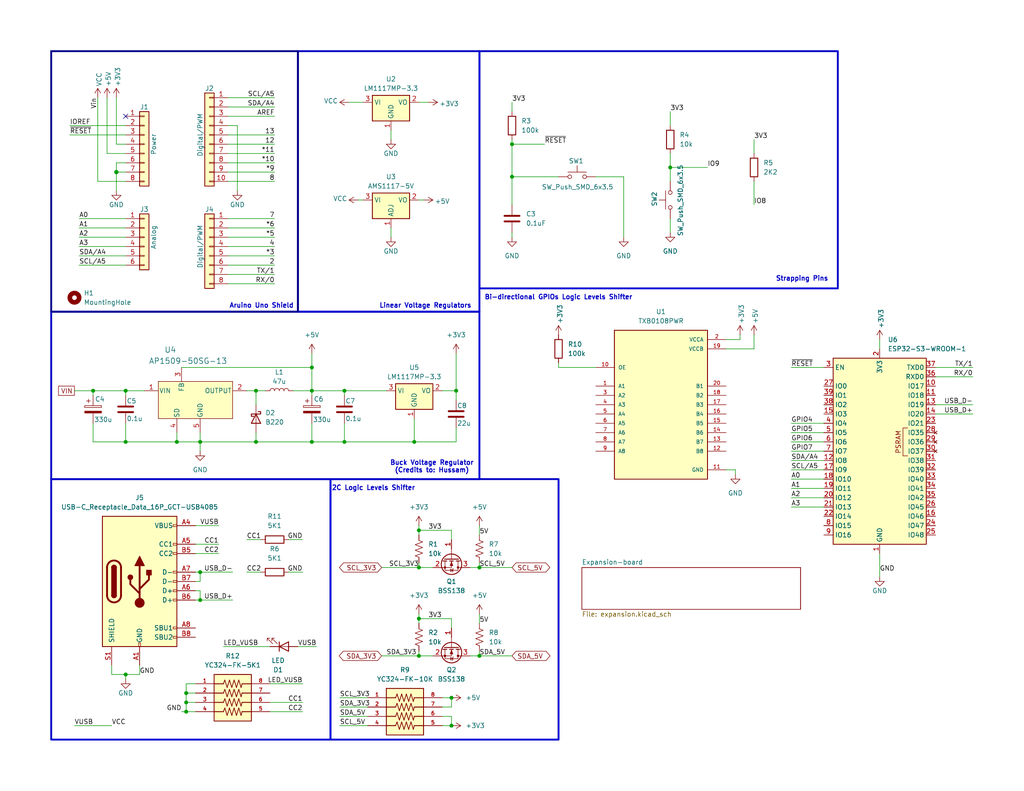
<source format=kicad_sch>
(kicad_sch (version 20231120) (generator "eeschema") (generator_version "8.0")
  (paper "USLetter")
  (title_block (title "ESP32-S2 Uno Board") (date "2024-10-06") (rev "1.0"))
  (lib_symbols
    (symbol "Alexander Symbol Library:USB-C_Receptacle_Data_16P_GCT-USB4085" (pin_names (offset 1.016))
      (property "Reference" "J" (at 0 22.225 0))
      (property "Value" "USB-C_Receptacle_Data_16P_GCT-USB4085" (at 0 19.685 0))
      (symbol "USB-C_Receptacle_Data_16P_GCT-USB4085_1_1"
        (pin power_in line (at 0 -22.86 90) (length 5.08) (name "GND") (number "A1"))
        (pin power_in line (at 0 -22.86 90) (length 5.08) hide (name "GND") (number "A12"))
        (pin power_out line (at 15.24 15.24 180) (length 5.08) (name "VBUS") (number "A4"))
        (pin bidirectional line (at 15.24 10.16 180) (length 5.08) (name "CC1") (number "A5"))
        (pin bidirectional line (at 15.24 -2.54 180) (length 5.08) (name "D+") (number "A6"))
        (pin bidirectional line (at 15.24 2.54 180) (length 5.08) (name "D-") (number "A7"))
        (pin bidirectional line (at 15.24 -12.7 180) (length 5.08) (name "SBU1") (number "A8"))
        (pin power_out line (at 15.24 15.24 180) (length 5.08) hide (name "VBUS") (number "A9"))
        (pin power_in line (at 0 -22.86 90) (length 5.08) hide (name "GND") (number "B1"))
        (pin power_in line (at 0 -22.86 90) (length 5.08) hide (name "GND") (number "B12"))
        (pin power_out line (at 15.24 15.24 180) (length 5.08) hide (name "VBUS") (number "B4"))
        (pin bidirectional line (at 15.24 7.62 180) (length 5.08) (name "CC2") (number "B5"))
        (pin bidirectional line (at 15.24 -5.08 180) (length 5.08) (name "D+") (number "B6"))
        (pin bidirectional line (at 15.24 0 180) (length 5.08) (name "D-") (number "B7"))
        (pin bidirectional line (at 15.24 -15.24 180) (length 5.08) (name "SBU2") (number "B8"))
        (pin passive line (at 15.24 15.24 180) (length 5.08) hide (name "VBUS") (number "B9"))
        (pin power_in line (at -7.62 -22.86 90) (length 5.08) (name "SHIELD") (number "S1"))
        (pin power_in line (at -7.62 -22.86 90) (length 5.08) hide (name "SHIELD") (number "S2"))
        (pin power_in line (at -7.62 -22.86 90) (length 5.08) hide (name "SHIELD") (number "S3"))
        (pin power_in line (at -7.62 -22.86 90) (length 5.08) hide (name "SHIELD") (number "S4"))
      )
    )
    (symbol "Alexander Symbols:AMS1117-5V" (exclude_from_sim yes)
      (property "Reference" "U" (at 0 0 0))
      (property "Value" "AMS1117-5V" (at 0 2.032 0))
      (symbol "AMS1117-5V_1_1"
        (pin power_out line (at 0 -11.43 90) (length 2.54) (name "ADJ") (number "1"))
        (pin power_out line (at 7.62 -3.81 180) (length 2.54) (name "VO") (number "2"))
        (pin power_in line (at -7.62 -3.81 0) (length 2.54) (name "VI") (number "3"))
      )
    )
    (symbol "Alexander Symbols:YC324-FK-075K1L" (pin_names (offset 1.016))
      (property "Reference" "R" (at -5.08 8.128 0))
      (property "Value" "YC324-FK-075K1L" (at -5.08 -7.62 0))
      (symbol "YC324-FK-075K1L_0_0"
        (pin passive line (at -10.16 5.08 0) (length 5.08) (name "~") (number "1"))
        (pin passive line (at -10.16 2.54 0) (length 5.08) (name "~") (number "2"))
        (pin passive line (at -10.16 0 0) (length 5.08) (name "~") (number "3"))
        (pin passive line (at -10.16 -2.54 0) (length 5.08) (name "~") (number "4"))
        (pin passive line (at 10.16 -2.54 180) (length 5.08) (name "~") (number "5"))
        (pin passive line (at 10.16 0 180) (length 5.08) (name "~") (number "6"))
        (pin passive line (at 10.16 2.54 180) (length 5.08) (name "~") (number "7"))
        (pin passive line (at 10.16 5.08 180) (length 5.08) (name "~") (number "8"))
      )
    )
    (symbol "Alexander_Library_Symbols:SW_Push_SMD_6x3.5" (pin_numbers hide) (pin_names (offset 1.016) hide)
      (property "Reference" "SW" (at 1.27 2.54 0))
      (property "Value" "SW_Push_SMD_6x3.5" (at 0 -1.524 0))
      (symbol "SW_Push_SMD_6x3.5_0_1"
        (pin passive line (at -5.08 0 0) (length 2.54) (name "1") (number "1"))
        (pin passive line (at 5.08 0 180) (length 2.54) (name "2") (number "2"))
      )
    )
    (symbol "Alexander_Library_Symbols:TXB0108PWR" (pin_names (offset 1.016))
      (property "Reference" "U" (at -12.7 23.86 0))
      (property "Value" "TXB0108PWR" (at -12.7 -21.78 0))
      (symbol "TXB0108PWR_0_0"
        (pin bidirectional line (at -17.78 7.62 0) (length 5.08) (name "A1") (number "1"))
        (pin input line (at -17.78 12.7 0) (length 5.08) (name "OE") (number "10"))
        (pin power_in line (at 17.78 -15.24 180) (length 5.08) (name "GND") (number "11"))
        (pin bidirectional line (at 17.78 -10.16 180) (length 5.08) (name "B8") (number "12"))
        (pin bidirectional line (at 17.78 -7.62 180) (length 5.08) (name "B7") (number "13"))
        (pin bidirectional line (at 17.78 -5.08 180) (length 5.08) (name "B6") (number "14"))
        (pin bidirectional line (at 17.78 -2.54 180) (length 5.08) (name "B5") (number "15"))
        (pin bidirectional line (at 17.78 0 180) (length 5.08) (name "B4") (number "16"))
        (pin bidirectional line (at 17.78 2.54 180) (length 5.08) (name "B3") (number "17"))
        (pin bidirectional line (at 17.78 5.08 180) (length 5.08) (name "B2") (number "18"))
        (pin power_in line (at 17.78 17.78 180) (length 5.08) (name "VCCB") (number "19"))
        (pin power_in line (at 17.78 20.32 180) (length 5.08) (name "VCCA") (number "2"))
        (pin bidirectional line (at 17.78 7.62 180) (length 5.08) (name "B1") (number "20"))
        (pin bidirectional line (at -17.78 5.08 0) (length 5.08) (name "A2") (number "3"))
        (pin bidirectional line (at -17.78 2.54 0) (length 5.08) (name "A3") (number "4"))
        (pin bidirectional line (at -17.78 0 0) (length 5.08) (name "A4") (number "5"))
        (pin bidirectional line (at -17.78 -2.54 0) (length 5.08) (name "A5") (number "6"))
        (pin bidirectional line (at -17.78 -5.08 0) (length 5.08) (name "A6") (number "7"))
        (pin bidirectional line (at -17.78 -7.62 0) (length 5.08) (name "A7") (number "8"))
        (pin bidirectional line (at -17.78 -10.16 0) (length 5.08) (name "A8") (number "9"))
      )
    )
    (symbol "Connector_Generic:Conn_01x06" (pin_names (offset 1.016) hide)
      (property "Reference" "J" (at 0 7.62 0))
      (property "Value" "Conn_01x06" (at 0 -10.16 0))
      (symbol "Conn_01x06_1_1"
        (pin passive line (at -5.08 5.08 0) (length 3.81) (name "Pin_1") (number "1"))
        (pin passive line (at -5.08 2.54 0) (length 3.81) (name "Pin_2") (number "2"))
        (pin passive line (at -5.08 0 0) (length 3.81) (name "Pin_3") (number "3"))
        (pin passive line (at -5.08 -2.54 0) (length 3.81) (name "Pin_4") (number "4"))
        (pin passive line (at -5.08 -5.08 0) (length 3.81) (name "Pin_5") (number "5"))
        (pin passive line (at -5.08 -7.62 0) (length 3.81) (name "Pin_6") (number "6"))
      )
    )
    (symbol "Connector_Generic:Conn_01x08" (pin_names (offset 1.016) hide)
      (property "Reference" "J" (at 0 10.16 0))
      (property "Value" "Conn_01x08" (at 0 -12.7 0))
      (symbol "Conn_01x08_1_1"
        (pin passive line (at -5.08 7.62 0) (length 3.81) (name "Pin_1") (number "1"))
        (pin passive line (at -5.08 5.08 0) (length 3.81) (name "Pin_2") (number "2"))
        (pin passive line (at -5.08 2.54 0) (length 3.81) (name "Pin_3") (number "3"))
        (pin passive line (at -5.08 0 0) (length 3.81) (name "Pin_4") (number "4"))
        (pin passive line (at -5.08 -2.54 0) (length 3.81) (name "Pin_5") (number "5"))
        (pin passive line (at -5.08 -5.08 0) (length 3.81) (name "Pin_6") (number "6"))
        (pin passive line (at -5.08 -7.62 0) (length 3.81) (name "Pin_7") (number "7"))
        (pin passive line (at -5.08 -10.16 0) (length 3.81) (name "Pin_8") (number "8"))
      )
    )
    (symbol "Connector_Generic:Conn_01x10" (pin_names (offset 1.016) hide)
      (property "Reference" "J" (at 0 12.7 0))
      (property "Value" "Conn_01x10" (at 0 -15.24 0))
      (symbol "Conn_01x10_1_1"
        (pin passive line (at -5.08 10.16 0) (length 3.81) (name "Pin_1") (number "1"))
        (pin passive line (at -5.08 -12.7 0) (length 3.81) (name "Pin_10") (number "10"))
        (pin passive line (at -5.08 7.62 0) (length 3.81) (name "Pin_2") (number "2"))
        (pin passive line (at -5.08 5.08 0) (length 3.81) (name "Pin_3") (number "3"))
        (pin passive line (at -5.08 2.54 0) (length 3.81) (name "Pin_4") (number "4"))
        (pin passive line (at -5.08 0 0) (length 3.81) (name "Pin_5") (number "5"))
        (pin passive line (at -5.08 -2.54 0) (length 3.81) (name "Pin_6") (number "6"))
        (pin passive line (at -5.08 -5.08 0) (length 3.81) (name "Pin_7") (number "7"))
        (pin passive line (at -5.08 -7.62 0) (length 3.81) (name "Pin_8") (number "8"))
        (pin passive line (at -5.08 -10.16 0) (length 3.81) (name "Pin_9") (number "9"))
      )
    )
    (symbol "Device:C" (pin_numbers hide) (pin_names (offset 0.254))
      (property "Reference" "C" (at 0.635 2.54 0))
      (property "Value" "C" (at 0.635 -2.54 0))
      (symbol "C_1_1"
        (pin passive line (at 0 3.81 270) (length 2.794) (name "~") (number "1"))
        (pin passive line (at 0 -3.81 90) (length 2.794) (name "~") (number "2"))
      )
    )
    (symbol "Device:C_Polarized" (pin_numbers hide) (pin_names (offset 0.254))
      (property "Reference" "C" (at 0.635 2.54 0))
      (property "Value" "C_Polarized" (at 0.635 -2.54 0))
      (symbol "C_Polarized_1_1"
        (pin passive line (at 0 3.81 270) (length 2.794) (name "~") (number "1"))
        (pin passive line (at 0 -3.81 90) (length 2.794) (name "~") (number "2"))
      )
    )
    (symbol "Device:L" (pin_numbers hide) (pin_names (offset 1.016) hide)
      (property "Reference" "L" (at -1.27 0 90))
      (property "Value" "L" (at 1.905 0 90))
      (symbol "L_1_1"
        (pin passive line (at 0 3.81 270) (length 1.27) (name "1") (number "1"))
        (pin passive line (at 0 -3.81 90) (length 1.27) (name "2") (number "2"))
      )
    )
    (symbol "Device:LED" (pin_numbers hide) (pin_names (offset 1.016) hide)
      (property "Reference" "D" (at 0 2.54 0))
      (property "Value" "LED" (at 0 -2.54 0))
      (symbol "LED_1_1"
        (pin passive line (at -3.81 0 0) (length 2.54) (name "K") (number "1"))
        (pin passive line (at 3.81 0 180) (length 2.54) (name "A") (number "2"))
      )
    )
    (symbol "Device:R" (pin_numbers hide) (pin_names (offset 0))
      (property "Reference" "R" (at 2.032 0 90))
      (property "Value" "R" (at 0 0 90))
      (symbol "R_1_1"
        (pin passive line (at 0 3.81 270) (length 1.27) (name "~") (number "1"))
        (pin passive line (at 0 -3.81 90) (length 1.27) (name "~") (number "2"))
      )
    )
    (symbol "Device:R_US" (pin_numbers hide) (pin_names (offset 0))
      (property "Reference" "R" (at 2.54 0 90))
      (property "Value" "R_US" (at -2.54 0 90))
      (symbol "R_US_1_1"
        (pin passive line (at 0 3.81 270) (length 1.27) (name "~") (number "1"))
        (pin passive line (at 0 -3.81 90) (length 1.27) (name "~") (number "2"))
      )
    )
    (symbol "Diode:B220" (pin_numbers hide) (pin_names (offset 1.016) hide)
      (property "Reference" "D" (at 0 2.54 0))
      (property "Value" "B220" (at 0 -2.54 0))
      (symbol "B220_1_1"
        (pin passive line (at -3.81 0 0) (length 2.54) (name "K") (number "1"))
        (pin passive line (at 3.81 0 180) (length 2.54) (name "A") (number "2"))
      )
    )
    (symbol "GND_1" (power) (pin_numbers hide) (pin_names (offset 0) hide)
      (property "Value" "GND" (at 0 -3.81 0))
      (symbol "GND_1_1_1"
        (pin power_in line (at 0 0 270) (length 0) (name "~") (number "1"))
      )
    )
    (symbol "Mechanical:MountingHole" (pin_names (offset 1.016))
      (property "Reference" "H" (at 0 5.08 0))
      (property "Value" "MountingHole" (at 0 3.175 0))
    )
    (symbol "RF_Module:ESP32-S3-WROOM-1"
      (property "Reference" "U6" (at 2.1941 30.48 0))
      (property "Value" "ESP32-S3-WROOM-1" (at 2.1941 27.94 0))
      (symbol "ESP32-S3-WROOM-1_0_0"
        (text "PSRAM" (at 5.08 2.54 900) (effects (font (size 1.27 1.27))))
      )
      (symbol "ESP32-S3-WROOM-1_1_1"
        (pin power_in line (at 0 -27.94 90) (length 2.54) (name "GND") (number "1"))
        (pin bidirectional line (at 15.24 17.78 180) (length 2.54) (name "IO17") (number "10"))
        (pin bidirectional line (at 15.24 15.24 180) (length 2.54) (name "IO18") (number "11"))
        (pin bidirectional line (at -15.24 -2.54 0) (length 2.54) (name "IO8") (number "12"))
        (pin bidirectional line (at 15.24 12.7 180) (length 2.54) (name "IO19") (number "13"))
        (pin bidirectional line (at 15.24 10.16 180) (length 2.54) (name "IO20") (number "14"))
        (pin bidirectional line (at -15.24 10.16 0) (length 2.54) (name "IO3") (number "15"))
        (pin bidirectional line (at 15.24 -17.78 180) (length 2.54) (name "IO46") (number "16"))
        (pin bidirectional line (at -15.24 -5.08 0) (length 2.54) (name "IO9") (number "17"))
        (pin bidirectional line (at -15.24 -7.62 0) (length 2.54) (name "IO10") (number "18"))
        (pin bidirectional line (at -15.24 -10.16 0) (length 2.54) (name "IO11") (number "19"))
        (pin power_in line (at 0 27.94 270) (length 2.54) (name "3V3") (number "2"))
        (pin bidirectional line (at -15.24 -12.7 0) (length 2.54) (name "IO12") (number "20"))
        (pin bidirectional line (at -15.24 -15.24 0) (length 2.54) (name "IO13") (number "21"))
        (pin bidirectional line (at -15.24 -17.78 0) (length 2.54) (name "IO14") (number "22"))
        (pin bidirectional line (at 15.24 7.62 180) (length 2.54) (name "IO21") (number "23"))
        (pin bidirectional line (at 15.24 -20.32 180) (length 2.54) (name "IO47") (number "24"))
        (pin bidirectional line (at 15.24 -22.86 180) (length 2.54) (name "IO48") (number "25"))
        (pin bidirectional line (at 15.24 -15.24 180) (length 2.54) (name "IO45") (number "26"))
        (pin bidirectional line (at -15.24 17.78 0) (length 2.54) (name "IO0") (number "27"))
        (pin no_connect line (at 15.24 5.08 180) (length 2.54) (name "IO35") (number "28"))
        (pin no_connect line (at 15.24 2.54 180) (length 2.54) (name "IO36") (number "29"))
        (pin input line (at -15.24 22.86 0) (length 2.54) (name "EN") (number "3"))
        (pin no_connect line (at 15.24 0 180) (length 2.54) (name "IO37") (number "30"))
        (pin bidirectional line (at 15.24 -2.54 180) (length 2.54) (name "IO38") (number "31"))
        (pin bidirectional line (at 15.24 -5.08 180) (length 2.54) (name "IO39") (number "32"))
        (pin bidirectional line (at 15.24 -7.62 180) (length 2.54) (name "IO40") (number "33"))
        (pin bidirectional line (at 15.24 -10.16 180) (length 2.54) (name "IO41") (number "34"))
        (pin bidirectional line (at 15.24 -12.7 180) (length 2.54) (name "IO42") (number "35"))
        (pin bidirectional line (at 15.24 20.32 180) (length 2.54) (name "RXD0") (number "36"))
        (pin bidirectional line (at 15.24 22.86 180) (length 2.54) (name "TXD0") (number "37"))
        (pin bidirectional line (at -15.24 12.7 0) (length 2.54) (name "IO2") (number "38"))
        (pin bidirectional line (at -15.24 15.24 0) (length 2.54) (name "IO1") (number "39"))
        (pin bidirectional line (at -15.24 7.62 0) (length 2.54) (name "IO4") (number "4"))
        (pin passive line (at 0 -27.94 90) (length 2.54) hide (name "GND") (number "40"))
        (pin passive line (at 0 -27.94 90) (length 2.54) hide (name "GND") (number "41"))
        (pin bidirectional line (at -15.24 5.08 0) (length 2.54) (name "IO5") (number "5"))
        (pin bidirectional line (at -15.24 2.54 0) (length 2.54) (name "IO6") (number "6"))
        (pin bidirectional line (at -15.24 0 0) (length 2.54) (name "IO7") (number "7"))
        (pin bidirectional line (at -15.24 -20.32 0) (length 2.54) (name "IO15") (number "8"))
        (pin bidirectional line (at -15.24 -22.86 0) (length 2.54) (name "IO16") (number "9"))
      )
    )
    (symbol "Regulator_Linear:LM1117MP-3.3"
      (property "Reference" "U" (at -3.81 3.175 0))
      (property "Value" "LM1117MP-3.3" (at 0 3.175 0))
      (symbol "LM1117MP-3.3_1_1"
        (pin power_in line (at 0 -7.62 90) (length 2.54) (name "GND") (number "1"))
        (pin power_out line (at 7.62 0 180) (length 2.54) (name "VO") (number "2"))
        (pin power_in line (at -7.62 0 0) (length 2.54) (name "VI") (number "3"))
      )
    )
    (symbol "Transistor_FET:BSS138" (pin_names hide)
      (property "Reference" "Q" (at 5.08 1.905 0))
      (property "Value" "BSS138" (at 5.08 0 0))
      (symbol "BSS138_1_1"
        (pin input line (at -5.08 0 0) (length 2.54) (name "G") (number "1"))
        (pin passive line (at 2.54 -5.08 90) (length 2.54) (name "S") (number "2"))
        (pin passive line (at 2.54 5.08 270) (length 2.54) (name "D") (number "3"))
      )
    )
    (symbol "digikey:AP1509-50SG-13" (pin_names (offset 0.254))
      (property "Reference" "U" (at 23.876 -12.954 0))
      (property "Value" "AP1509-50SG-13" (at 33.782 -10.16 0))
      (symbol "AP1509-50SG-13_1_1"
        (pin input line (at 3.81 0 0) (length 3.81) (name "VIN") (number "1"))
        (pin power_out line (at 31.75 0 180) (length 3.81) (name "OUTPUT") (number "2"))
        (pin input line (at 13.97 6.35 270) (length 3.81) (name "FB") (number "3"))
        (pin input line (at 12.7 -11.43 90) (length 3.81) (name "SD") (number "4"))
        (pin power_in line (at 19.05 -11.43 90) (length 3.81) (name "GND") (number "5"))
        (pin power_in line (at 19.05 -11.43 90) (length 3.81) hide (name "GND") (number "6"))
        (pin power_in line (at 19.05 -11.43 90) (length 3.81) hide (name "GND") (number "7"))
        (pin power_in line (at 19.05 -11.43 90) (length 3.81) hide (name "GND") (number "8"))
      )
    )
    (symbol "power:+3V3" (power) (pin_names (offset 0))
      (property "Value" "+3V3" (at 0 3.556 0))
      (symbol "+3V3_1_1"
        (pin power_in line (at 0 0 90) (length 0) hide (name "+3V3") (number "1"))
      )
    )
    (symbol "power:+5V" (power) (pin_names (offset 0))
      (property "Value" "+5V" (at 0 3.556 0))
      (symbol "+5V_1_1"
        (pin power_in line (at 0 0 90) (length 0) hide (name "+5V") (number "1"))
      )
    )
    (symbol "power:GND" (power) (pin_names (offset 0))
      (property "Value" "GND" (at 0 -3.81 0))
      (symbol "GND_1_1"
        (pin power_in line (at 0 0 270) (length 0) hide (name "GND") (number "1"))
      )
    )
    (symbol "power:VCC" (power) (pin_names (offset 0))
      (property "Value" "VCC" (at 0 3.81 0))
      (symbol "VCC_1_1"
        (pin power_in line (at 0 0 90) (length 0) hide (name "VCC") (number "1"))
      )
    )
  )
  (junction (at 48.26 120.65))
  (junction (at 54.61 120.65))
  (junction (at 113.03 120.65))
  (junction (at 50.8 189.23))
  (junction (at 34.29 106.68))
  (junction (at 31.75 46.99) (diameter 1.016))
  (junction (at 93.98 120.65))
  (junction (at 124.46 106.68))
  (junction (at 25.4 106.68))
  (junction (at 54.61 156.21))
  (junction (at 123.19 190.5))
  (junction (at 114.3 179.07))
  (junction (at 139.7 39.37))
  (junction (at 130.81 154.94))
  (junction (at 34.29 184.15))
  (junction (at 114.3 154.94))
  (junction (at 69.85 106.68))
  (junction (at 93.98 106.68))
  (junction (at 114.3 168.91))
  (junction (at 139.7 48.26))
  (junction (at 85.09 120.65))
  (junction (at 114.3 144.78))
  (junction (at 85.09 106.68))
  (junction (at 85.09 100.33))
  (junction (at 69.85 120.65))
  (junction (at 182.88 45.72))
  (junction (at 50.8 191.77))
  (junction (at 50.8 194.31))
  (junction (at 54.61 163.83))
  (junction (at 34.29 120.65))
  (junction (at 130.81 179.07))
  (junction (at 123.19 198.12))
  (no_connect (at 34.29 31.75))
  (wire (pts (xy 62.23 77.47) (xy 74.93 77.47)))
  (wire (pts (xy 215.9 123.19) (xy 224.79 123.19)))
  (wire (pts (xy 104.14 179.07) (xy 114.3 179.07)))
  (wire (pts (xy 62.23 44.45) (xy 74.93 44.45)))
  (wire (pts (xy 49.53 194.31) (xy 50.8 194.31)))
  (wire (pts (xy 255.27 100.33) (xy 265.43 100.33)))
  (wire (pts (xy 34.29 184.15) (xy 38.1 184.15)))
  (wire (pts (xy 114.3 168.91) (xy 123.19 168.91)))
  (wire (pts (xy 62.23 26.67) (xy 74.93 26.67)))
  (wire (pts (xy 92.71 190.5) (xy 100.33 190.5)))
  (wire (pts (xy 182.88 30.48) (xy 182.88 34.29)))
  (wire (pts (xy 139.7 39.37) (xy 139.7 48.26)))
  (wire (pts (xy 78.74 147.32) (xy 82.55 147.32)))
  (wire (pts (xy 139.7 48.26) (xy 152.4 48.26)))
  (wire (pts (xy 198.12 128.27) (xy 200.66 128.27)))
  (wire (pts (xy 53.34 191.77) (xy 50.8 191.77)))
  (wire (pts (xy 114.3 144.78) (xy 114.3 146.05)))
  (wire (pts (xy 31.75 44.45) (xy 31.75 46.99)))
  (wire (pts (xy 130.81 153.67) (xy 130.81 154.94)))
  (wire (pts (xy 114.3 144.78) (xy 123.19 144.78)))
  (wire (pts (xy 21.59 72.39) (xy 34.29 72.39)))
  (wire (pts (xy 114.3 153.67) (xy 114.3 154.94)))
  (wire (pts (xy 139.7 48.26) (xy 139.7 55.88)))
  (wire (pts (xy 53.34 158.75) (xy 54.61 158.75)))
  (wire (pts (xy 139.7 64.77) (xy 139.7 63.5)))
  (wire (pts (xy 255.27 113.03) (xy 265.43 113.03)))
  (wire (pts (xy 114.3 167.64) (xy 114.3 168.91)))
  (wire (pts (xy 200.66 128.27) (xy 200.66 129.54)))
  (wire (pts (xy 182.88 41.91) (xy 182.88 45.72)))
  (wire (pts (xy 123.19 198.12) (xy 123.19 195.58)))
  (wire (pts (xy 95.25 27.94) (xy 99.06 27.94)))
  (wire (pts (xy 123.19 168.91) (xy 123.19 171.45)))
  (wire (pts (xy 31.75 46.99) (xy 31.75 52.07)))
  (wire (pts (xy 120.65 198.12) (xy 123.19 198.12)))
  (wire (pts (xy 30.48 184.15) (xy 34.29 184.15)))
  (wire (pts (xy 31.75 39.37) (xy 34.29 39.37)))
  (wire (pts (xy 85.09 115.57) (xy 85.09 120.65)))
  (wire (pts (xy 198.12 92.71) (xy 201.93 92.71)))
  (wire (pts (xy 29.21 41.91) (xy 34.29 41.91)))
  (wire (pts (xy 29.21 26.67) (xy 29.21 41.91)))
  (wire (pts (xy 162.56 100.33) (xy 152.4 100.33)))
  (wire (pts (xy 53.34 163.83) (xy 54.61 163.83)))
  (wire (pts (xy 25.4 115.57) (xy 25.4 120.65)))
  (wire (pts (xy 38.1 181.61) (xy 38.1 184.15)))
  (wire (pts (xy 215.9 133.35) (xy 224.79 133.35)))
  (wire (pts (xy 25.4 120.65) (xy 34.29 120.65)))
  (wire (pts (xy 60.96 176.53) (xy 73.66 176.53)))
  (wire (pts (xy 114.3 54.61) (xy 115.57 54.61)))
  (wire (pts (xy 85.09 96.52) (xy 85.09 100.33)))
  (wire (pts (xy 124.46 96.52) (xy 124.46 106.68)))
  (wire (pts (xy 114.3 143.51) (xy 114.3 144.78)))
  (wire (pts (xy 62.23 36.83) (xy 74.93 36.83)))
  (wire (pts (xy 54.61 120.65) (xy 54.61 123.19)))
  (wire (pts (xy 93.98 115.57) (xy 93.98 120.65)))
  (wire (pts (xy 118.11 179.07) (xy 114.3 179.07)))
  (wire (pts (xy 31.75 26.67) (xy 31.75 39.37)))
  (wire (pts (xy 62.23 59.69) (xy 74.93 59.69)))
  (wire (pts (xy 54.61 156.21) (xy 63.5 156.21)))
  (wire (pts (xy 182.88 45.72) (xy 193.04 45.72)))
  (wire (pts (xy 34.29 59.69) (xy 21.59 59.69)))
  (wire (pts (xy 62.23 39.37) (xy 74.93 39.37)))
  (wire (pts (xy 62.23 62.23) (xy 74.93 62.23)))
  (wire (pts (xy 215.9 125.73) (xy 224.79 125.73)))
  (wire (pts (xy 162.56 48.26) (xy 170.18 48.26)))
  (wire (pts (xy 67.31 106.68) (xy 69.85 106.68)))
  (wire (pts (xy 106.68 62.23) (xy 106.68 64.77)))
  (wire (pts (xy 215.9 100.33) (xy 224.79 100.33)))
  (wire (pts (xy 130.81 154.94) (xy 139.7 154.94)))
  (wire (pts (xy 53.34 161.29) (xy 54.61 161.29)))
  (wire (pts (xy 92.71 198.12) (xy 100.33 198.12)))
  (wire (pts (xy 139.7 39.37) (xy 148.59 39.37)))
  (wire (pts (xy 118.11 154.94) (xy 114.3 154.94)))
  (wire (pts (xy 205.74 49.53) (xy 205.74 55.88)))
  (wire (pts (xy 80.01 106.68) (xy 85.09 106.68)))
  (wire (pts (xy 62.23 46.99) (xy 74.93 46.99)))
  (wire (pts (xy 62.23 67.31) (xy 74.93 67.31)))
  (wire (pts (xy 48.26 118.11) (xy 48.26 120.65)))
  (wire (pts (xy 69.85 106.68) (xy 69.85 110.49)))
  (wire (pts (xy 34.29 106.68) (xy 39.37 106.68)))
  (wire (pts (xy 93.98 106.68) (xy 93.98 107.95)))
  (wire (pts (xy 53.34 156.21) (xy 54.61 156.21)))
  (wire (pts (xy 120.65 193.04) (xy 123.19 193.04)))
  (wire (pts (xy 19.05 34.29) (xy 34.29 34.29)))
  (wire (pts (xy 20.32 198.12) (xy 30.48 198.12)))
  (wire (pts (xy 124.46 109.22) (xy 124.46 106.68)))
  (wire (pts (xy 182.88 59.69) (xy 182.88 63.5)))
  (wire (pts (xy 130.81 177.8) (xy 130.81 179.07)))
  (wire (pts (xy 85.09 106.68) (xy 85.09 107.95)))
  (wire (pts (xy 215.9 115.57) (xy 224.79 115.57)))
  (wire (pts (xy 86.36 176.53) (xy 81.28 176.53)))
  (wire (pts (xy 215.9 128.27) (xy 224.79 128.27)))
  (wire (pts (xy 34.29 120.65) (xy 48.26 120.65)))
  (wire (pts (xy 85.09 106.68) (xy 93.98 106.68)))
  (wire (pts (xy 64.77 34.29) (xy 64.77 52.07)))
  (wire (pts (xy 124.46 120.65) (xy 124.46 116.84)))
  (wire (pts (xy 205.74 38.1) (xy 205.74 41.91)))
  (wire (pts (xy 34.29 184.15) (xy 34.29 185.42)))
  (wire (pts (xy 62.23 31.75) (xy 74.93 31.75)))
  (wire (pts (xy 170.18 48.26) (xy 170.18 64.77)))
  (wire (pts (xy 130.81 167.64) (xy 130.81 170.18)))
  (wire (pts (xy 130.81 143.51) (xy 130.81 146.05)))
  (wire (pts (xy 240.03 92.71) (xy 240.03 95.25)))
  (wire (pts (xy 92.71 193.04) (xy 100.33 193.04)))
  (wire (pts (xy 215.9 138.43) (xy 224.79 138.43)))
  (wire (pts (xy 113.03 120.65) (xy 124.46 120.65)))
  (wire (pts (xy 255.27 110.49) (xy 265.43 110.49)))
  (wire (pts (xy 123.19 195.58) (xy 120.65 195.58)))
  (wire (pts (xy 34.29 64.77) (xy 21.59 64.77)))
  (wire (pts (xy 97.79 54.61) (xy 99.06 54.61)))
  (wire (pts (xy 19.05 36.83) (xy 34.29 36.83)))
  (wire (pts (xy 54.61 163.83) (xy 63.5 163.83)))
  (wire (pts (xy 53.34 143.51) (xy 59.69 143.51)))
  (wire (pts (xy 120.65 190.5) (xy 123.19 190.5)))
  (wire (pts (xy 34.29 46.99) (xy 31.75 46.99)))
  (wire (pts (xy 82.55 186.69) (xy 73.66 186.69)))
  (wire (pts (xy 34.29 115.57) (xy 34.29 120.65)))
  (wire (pts (xy 69.85 106.68) (xy 72.39 106.68)))
  (wire (pts (xy 73.66 191.77) (xy 82.55 191.77)))
  (wire (pts (xy 113.03 114.3) (xy 113.03 120.65)))
  (wire (pts (xy 215.9 120.65) (xy 224.79 120.65)))
  (wire (pts (xy 50.8 189.23) (xy 50.8 191.77)))
  (wire (pts (xy 69.85 118.11) (xy 69.85 120.65)))
  (wire (pts (xy 34.29 49.53) (xy 26.67 49.53)))
  (wire (pts (xy 21.59 62.23) (xy 34.29 62.23)))
  (wire (pts (xy 123.19 144.78) (xy 123.19 147.32)))
  (wire (pts (xy 215.9 130.81) (xy 224.79 130.81)))
  (wire (pts (xy 25.4 106.68) (xy 34.29 106.68)))
  (wire (pts (xy 114.3 177.8) (xy 114.3 179.07)))
  (wire (pts (xy 73.66 194.31) (xy 82.55 194.31)))
  (wire (pts (xy 48.26 120.65) (xy 54.61 120.65)))
  (wire (pts (xy 54.61 158.75) (xy 54.61 156.21)))
  (wire (pts (xy 67.31 147.32) (xy 71.12 147.32)))
  (wire (pts (xy 50.8 194.31) (xy 53.34 194.31)))
  (wire (pts (xy 54.61 161.29) (xy 54.61 163.83)))
  (wire (pts (xy 120.65 106.68) (xy 124.46 106.68)))
  (wire (pts (xy 62.23 34.29) (xy 64.77 34.29)))
  (wire (pts (xy 139.7 38.1) (xy 139.7 39.37)))
  (wire (pts (xy 69.85 120.65) (xy 85.09 120.65)))
  (wire (pts (xy 34.29 44.45) (xy 31.75 44.45)))
  (wire (pts (xy 93.98 120.65) (xy 113.03 120.65)))
  (wire (pts (xy 93.98 106.68) (xy 105.41 106.68)))
  (wire (pts (xy 123.19 193.04) (xy 123.19 190.5)))
  (wire (pts (xy 128.27 179.07) (xy 130.81 179.07)))
  (wire (pts (xy 62.23 41.91) (xy 74.93 41.91)))
  (wire (pts (xy 25.4 106.68) (xy 25.4 107.95)))
  (wire (pts (xy 198.12 95.25) (xy 205.74 95.25)))
  (wire (pts (xy 85.09 100.33) (xy 85.09 106.68)))
  (wire (pts (xy 30.48 181.61) (xy 30.48 184.15)))
  (wire (pts (xy 62.23 64.77) (xy 74.93 64.77)))
  (wire (pts (xy 106.68 35.56) (xy 106.68 38.1)))
  (wire (pts (xy 205.74 95.25) (xy 205.74 91.44)))
  (wire (pts (xy 21.59 67.31) (xy 34.29 67.31)))
  (wire (pts (xy 53.34 148.59) (xy 59.69 148.59)))
  (wire (pts (xy 50.8 191.77) (xy 50.8 194.31)))
  (wire (pts (xy 240.03 151.13) (xy 240.03 157.48)))
  (wire (pts (xy 54.61 120.65) (xy 69.85 120.65)))
  (wire (pts (xy 49.53 100.33) (xy 85.09 100.33)))
  (wire (pts (xy 85.09 120.65) (xy 93.98 120.65)))
  (wire (pts (xy 215.9 118.11) (xy 224.79 118.11)))
  (wire (pts (xy 50.8 186.69) (xy 50.8 189.23)))
  (wire (pts (xy 114.3 168.91) (xy 114.3 170.18)))
  (wire (pts (xy 128.27 154.94) (xy 130.81 154.94)))
  (wire (pts (xy 62.23 29.21) (xy 74.93 29.21)))
  (wire (pts (xy 62.23 72.39) (xy 74.93 72.39)))
  (wire (pts (xy 34.29 106.68) (xy 34.29 107.95)))
  (wire (pts (xy 67.31 156.21) (xy 71.12 156.21)))
  (wire (pts (xy 53.34 151.13) (xy 59.69 151.13)))
  (wire (pts (xy 62.23 69.85) (xy 74.93 69.85)))
  (wire (pts (xy 255.27 102.87) (xy 265.43 102.87)))
  (wire (pts (xy 104.14 154.94) (xy 114.3 154.94)))
  (wire (pts (xy 182.88 49.53) (xy 182.88 45.72)))
  (wire (pts (xy 116.84 27.94) (xy 114.3 27.94)))
  (wire (pts (xy 139.7 27.94) (xy 139.7 30.48)))
  (wire (pts (xy 53.34 186.69) (xy 50.8 186.69)))
  (wire (pts (xy 20.32 106.68) (xy 25.4 106.68)))
  (wire (pts (xy 62.23 74.93) (xy 74.93 74.93)))
  (wire (pts (xy 50.8 189.23) (xy 53.34 189.23)))
  (wire (pts (xy 26.67 49.53) (xy 26.67 26.67)))
  (wire (pts (xy 130.81 179.07) (xy 139.7 179.07)))
  (wire (pts (xy 201.93 92.71) (xy 201.93 91.44)))
  (wire (pts (xy 34.29 69.85) (xy 21.59 69.85)))
  (wire (pts (xy 78.74 156.21) (xy 82.55 156.21)))
  (wire (pts (xy 92.71 195.58) (xy 100.33 195.58)))
  (wire (pts (xy 62.23 49.53) (xy 74.93 49.53)))
  (wire (pts (xy 54.61 118.11) (xy 54.61 120.65)))
  (wire (pts (xy 215.9 135.89) (xy 224.79 135.89)))
  (wire (pts (xy 152.4 100.33) (xy 152.4 99.06)))
  (rectangle (start 13.97 130.81) (end 90.17 201.93) (stroke (width 0.508)))
  (rectangle (start 81.28 13.97) (end 130.81 85.09) (stroke (width 0.508)))
  (rectangle (start 90.17 130.81) (end 152.4 201.93) (stroke (width 0.508)))
  (rectangle (start 13.97 85.09) (end 130.81 130.81) (stroke (width 0.508)))
  (rectangle (start 13.97 13.97) (end 81.28 85.09) (stroke (width 0.508) (color 0 0 132 1)))
  (rectangle (start 130.81 13.97) (end 228.6 78.74) (stroke (width 0.508)))
  (text "Linear Voltage Regulators" (at 116.078 83.566 0) (effects (font (size 1.27 1.27) (thickness 0.254) (bold yes))))
  (text "Aruino Uno Shield" (at 71.374 83.566 0) (effects (font (size 1.27 1.27) (thickness 0.254) (bold yes))))
  (text "Buck Voltage Regulator\n(Credits to: Hussam)" (at 117.856 127.508 0) (effects (font (size 1.27 1.27) (thickness 0.254) (bold yes))))
  (text "Bi-directional GPIOs Logic Levels Shifter" (at 152.4 81.28 0) (effects (font (size 1.27 1.27) (thickness 0.254) (bold yes))))
  (text "I2C Logic Levels Shifter" (at 101.6 133.35 0) (effects (font (size 1.27 1.27) (thickness 0.254) (bold yes))))
  (text "Strapping Pins" (at 226.06 76.2 0) (effects (font (size 1.27 1.27) (thickness 0.254) (bold yes)) (justify right)))
  (label "RX{slash}0" (at 74.93 77.47 180))
  (label "TX{slash}1" (at 265.43 100.33 180))
  (label "A2" (at 21.59 64.77 0))
  (label "RX{slash}0" (at 265.43 102.87 180))
  (label "~{RESET}" (at 215.9 100.33 0))
  (label "4" (at 74.93 67.31 180))
  (label "GPIO7" (at 215.9 123.19 0))
  (label "GND" (at 82.55 147.32 180))
  (label "USB_D+" (at 265.43 113.03 180))
  (label "VCC" (at 30.48 198.12 0))
  (label "2" (at 74.93 72.39 180))
  (label "GPIO4" (at 215.9 115.57 0))
  (label "SDA{slash}A4" (at 215.9 125.73 0))
  (label "A0" (at 215.9 130.81 0))
  (label "A3" (at 21.59 67.31 0))
  (label "13" (at 74.93 36.83 180))
  (label "IO8" (at 205.74 55.88 0))
  (label "USB_D-" (at 63.5 156.21 180))
  (label "12" (at 74.93 39.37 180))
  (label "A3" (at 215.9 138.43 0))
  (label "~{RESET}" (at 19.05 36.83 0))
  (label "SDA_3V3" (at 105.41 179.07 0))
  (label "SCL_3V3" (at 92.71 190.5 0))
  (label "*10" (at 74.93 44.45 180))
  (label "GND" (at 82.55 156.21 180))
  (label "USB_D-" (at 265.43 110.49 180))
  (label "CC1" (at 59.69 148.59 180))
  (label "VUSB" (at 86.36 176.53 180))
  (label "CC2" (at 82.55 194.31 180))
  (label "5V" (at 130.81 170.18 0))
  (label "3V3" (at 116.84 144.78 0))
  (label "A1" (at 215.9 133.35 0))
  (label "GPIO6" (at 215.9 120.65 0))
  (label "7" (at 74.93 59.69 180))
  (label "SDA{slash}A4" (at 74.93 29.21 180))
  (label "SCL_5V" (at 92.71 198.12 0))
  (label "8" (at 74.93 49.53 180))
  (label "USB_D+" (at 63.5 163.83 180))
  (label "VUSB" (at 59.69 143.51 180))
  (label "IO9" (at 193.04 45.72 0))
  (label "*11" (at 74.93 41.91 180))
  (label "LED_VUSB" (at 60.96 176.53 0))
  (label "*3" (at 74.93 69.85 180))
  (label "SDA_3V3" (at 92.71 193.04 0))
  (label "3V3" (at 182.88 30.48 0))
  (label "SCL{slash}A5" (at 215.9 128.27 0))
  (label "A1" (at 21.59 62.23 0))
  (label "TX{slash}1" (at 74.93 74.93 180))
  (label "LED_VUSB" (at 82.55 186.69 180))
  (label "A2" (at 215.9 135.89 0))
  (label "CC1" (at 82.55 191.77 180))
  (label "3V3" (at 116.84 168.91 0))
  (label "CC2" (at 67.31 156.21 0))
  (label "A0" (at 21.59 59.69 0))
  (label "GPIO5" (at 215.9 118.11 0))
  (label "GND" (at 49.53 194.31 180))
  (label "AREF" (at 74.93 31.75 180))
  (label "3V3" (at 205.74 38.1 0))
  (label "Vin" (at 26.67 26.67 270))
  (label "GND" (at 38.1 184.15 0))
  (label "*6" (at 74.93 62.23 180))
  (label "SCL{slash}A5" (at 74.93 26.67 180))
  (label "*9" (at 74.93 46.99 180))
  (label "3V3" (at 139.7 27.94 0))
  (label "*5" (at 74.93 64.77 180))
  (label "~{RESET}" (at 148.59 39.37 0))
  (label "IOREF" (at 19.05 34.29 0))
  (label "CC2" (at 59.69 151.13 180))
  (label "5V" (at 130.81 146.05 0))
  (label "SDA{slash}A4" (at 21.59 69.85 0))
  (label "CC1" (at 67.31 147.32 0))
  (label "SCL_5V" (at 130.81 154.94 0))
  (label "SCL{slash}A5" (at 21.59 72.39 0))
  (label "VUSB" (at 20.32 198.12 0))
  (label "SDA_5V" (at 92.71 195.58 0))
  (label "GND" (at 240.03 156.21 0))
  (label "SDA_5V" (at 130.81 179.07 0))
  (label "SCL_3V3" (at 114.3 154.94 180))
  (global_label "VIN" (shape passive) (at 20.32 106.68 180) (property "Intersheetrefs" "${INTERSHEET_REFS}" (effects (hide yes))))
  (global_label "SCL_3V3" (shape bidirectional) (at 104.14 154.94 180) (property "Intersheetrefs" "${INTERSHEET_REFS}" (effects (hide yes))))
  (global_label "SDA_5V" (shape bidirectional) (at 139.7 179.07 0) (property "Intersheetrefs" "${INTERSHEET_REFS}" (effects (hide yes))))
  (global_label "SDA_3V3" (shape bidirectional) (at 104.14 179.07 180) (property "Intersheetrefs" "${INTERSHEET_REFS}" (effects (hide yes))))
  (global_label "SCL_5V" (shape bidirectional) (at 139.7 154.94 0) (property "Intersheetrefs" "${INTERSHEET_REFS}" (effects (hide yes))))
  (symbol (lib_id "Connector_Generic:Conn_01x08") (at 39.37 39.37 0) (unit 1)
    (property "Reference" "J1" (at 39.37 29.21 0))
    (property "Value" "Power" (at 41.91 39.37 90))
    (property "Footprint" "Connector_PinSocket_2.54mm:PinSocket_1x08_P2.54mm_Vertical" (effects (hide yes)))
  )
  (symbol (lib_id "power:+3V3") (at 31.75 26.67 0) (unit 1)
    (property "Reference" "#PWR03" (effects (hide yes)))
    (property "Value" "+3V3" (at 32.131 23.622 90) (effects (justify left)))
  )
  (symbol (lib_id "power:+5V") (at 29.21 26.67 0) (unit 1)
    (property "Reference" "#PWR02" (effects (hide yes)))
    (property "Value" "+5V" (at 29.5656 23.622 90) (effects (justify left)))
  )
  (symbol (lib_id "power:GND") (at 31.75 52.07 0) (unit 1)
    (property "Reference" "#PWR04" (effects (hide yes)))
    (property "Value" "GND" (at 31.75 55.88 0))
  )
  (symbol (lib_id "Connector_Generic:Conn_01x10") (at 57.15 36.83 0) (mirror y) (unit 1)
    (property "Reference" "J2" (at 57.15 24.13 0))
    (property "Value" "Digital/PWM" (at 54.61 36.83 90))
    (property "Footprint" "Connector_PinSocket_2.54mm:PinSocket_1x10_P2.54mm_Vertical" (effects (hide yes)))
  )
  (symbol (lib_id "power:GND") (at 64.77 52.07 0) (unit 1)
    (property "Reference" "#PWR05" (effects (hide yes)))
    (property "Value" "GND" (at 64.77 55.88 0))
  )
  (symbol (lib_id "Connector_Generic:Conn_01x06") (at 39.37 64.77 0) (unit 1)
    (property "Reference" "J3" (at 39.37 57.15 0))
    (property "Value" "Analog" (at 41.91 64.77 90))
    (property "Footprint" "Connector_PinSocket_2.54mm:PinSocket_1x06_P2.54mm_Vertical" (effects (hide yes)))
  )
  (symbol (lib_id "Connector_Generic:Conn_01x08") (at 57.15 67.31 0) (mirror y) (unit 1)
    (property "Reference" "J4" (at 57.15 57.15 0))
    (property "Value" "Digital/PWM" (at 54.61 67.31 90))
    (property "Footprint" "Connector_PinSocket_2.54mm:PinSocket_1x08_P2.54mm_Vertical" (effects (hide yes)))
  )
  (symbol (lib_id "power:+5V") (at 115.57 54.61 270) (unit 1)
    (property "Reference" "#PWR016" (effects (hide yes)))
    (property "Value" "+5V" (at 118.618 54.9656 90) (effects (justify left)))
  )
  (symbol (lib_id "Alexander_Library_Symbols:SW_Push_SMD_6x3.5") (at 157.48 48.26 0) (unit 1)
    (property "Reference" "SW1" (at 159.258 43.942 0) (effects (justify right)))
    (property "Value" "SW_Push_SMD_6x3.5" (at 167.386 51.054 0) (effects (justify right)))
    (property "Footprint" "Alexander Footprint Library:SW_PUSH_6x3.5mm" (effects (hide yes)))
  )
  (symbol (lib_id "power:+3V3") (at 201.93 91.44 0) (unit 1)
    (property "Reference" "#PWR013" (effects (hide yes)))
    (property "Value" "+3V3" (at 202.311 88.392 90) (effects (justify left)))
  )
  (symbol (lib_id "Device:R") (at 74.93 156.21 90) (unit 1) (on_board no)
    (property "Reference" "R6" (at 74.93 149.86 90))
    (property "Value" "5K1" (at 74.93 152.4 90))
    (property "Footprint" "Resistors SMD:R_1206_3216Metric_Pad1.30x1.75mm_HandSolder" (effects (hide yes)))
    (property "Description" "Resistor" (effects (hide yes)))
  )
  (symbol (lib_id "Diode:B220") (at 69.85 114.3 270) (unit 1) (on_board no)
    (property "Reference" "D2" (at 72.39 112.7124 90) (effects (justify left)))
    (property "Value" "B220" (at 72.39 115.2524 90) (effects (justify left)))
    (property "Footprint" "Diode_SMD:D_SMB" (effects (hide yes)))
    (property "Datasheet" "http://www.jameco.com/Jameco/Products/ProdDS/1538777.pdf" (effects (hide yes)))
    (property "Description" "20V 2A Schottky Barrier Rectifier Diode, SMB" (effects (hide yes)))
  )
  (symbol (lib_id "power:+3V3") (at 114.3 143.51 0) (unit 1)
    (property "Reference" "#PWR08" (effects (hide yes)))
    (property "Value" "+3V3" (at 114.3 138.43 0))
    (property "Description" "Power symbol creates a global label with name \"+3V3\"" (effects (hide yes)))
  )
  (symbol (lib_id "Device:LED") (at 77.47 176.53 0) (mirror x) (unit 1)
    (property "Reference" "D1" (at 75.8825 182.88 0))
    (property "Value" "LED" (at 75.8825 180.34 0))
    (property "Footprint" "LED SMD:LED_1210_3225Metric_Pad1.42x2.65mm_HandSolder" (effects (hide yes)))
    (property "Description" "Light emitting diode" (effects (hide yes)))
  )
  (symbol (lib_id "power:GND") (at 200.66 129.54 0) (unit 1)
    (property "Reference" "#PWR027" (effects (hide yes)))
    (property "Value" "GND" (at 200.66 134.62 0))
    (property "Description" "Power symbol creates a global label with name \"GND\" , ground" (effects (hide yes)))
  )
  (symbol (lib_id "Device:R") (at 205.74 45.72 0) (unit 1)
    (property "Reference" "R5" (at 208.28 44.4499 0) (effects (justify left)))
    (property "Value" "2K2" (at 208.28 46.9899 0) (effects (justify left)))
    (property "Footprint" "Resistor_SMD:R_1206_3216Metric_Pad1.30x1.75mm_HandSolder" (effects (hide yes)))
    (property "Description" "Resistor" (effects (hide yes)))
  )
  (symbol (lib_id "Device:C") (at 124.46 113.03 180) (unit 1) (on_board no)
    (property "Reference" "C8" (at 124.714 110.744 0) (effects (justify right)))
    (property "Value" "22u" (at 124.714 115.57 0) (effects (justify right)))
    (property "Footprint" "Capacitor_SMD:C_1206_3216Metric_Pad1.33x1.80mm_HandSolder" (effects (hide yes)))
    (property "Description" "Unpolarized capacitor" (effects (hide yes)))
  )
  (symbol (lib_id "digikey:AP1509-50SG-13") (at 35.56 106.68 0) (unit 1) (on_board no)
    (property "Reference" "U4" (at 46.482 95.504 0) (effects (font (size 1.524 1.524))))
    (property "Value" "AP1509-50SG-13" (at 51.308 98.552 0) (effects (font (size 1.524 1.524))))
    (property "Footprint" "Alexander Library:SOP-8L_DIO" (effects (hide yes)))
    (property "Datasheet" "AP1509-50SG-13" (effects (hide yes)))
  )
  (symbol (lib_id "Device:L") (at 76.2 106.68 90) (unit 1) (on_board no)
    (property "Reference" "L1" (at 76.2 101.6 90))
    (property "Value" "47u" (at 76.2 104.14 90))
    (property "Footprint" "Inductor_SMD:L_Bourns-SRN1060" (effects (hide yes)))
    (property "Description" "Inductor" (effects (hide yes)))
  )
  (symbol (lib_id "Mechanical:MountingHole") (at 20.32 81.28 0) (unit 1)
    (property "Reference" "H1" (at 22.86 80.0099 0) (effects (justify left)))
    (property "Value" "MountingHole" (at 22.86 82.5499 0) (effects (justify left)))
    (property "Footprint" "Alexander Library:Arduino Uno" (effects (hide yes)))
    (property "Description" "Mounting Hole without connection" (effects (hide yes)))
  )
  (symbol (lib_id "Device:R_US") (at 130.81 149.86 0) (unit 1)
    (property "Reference" "R7" (at 133.35 148.5899 0) (effects (justify left)))
    (property "Value" "10k" (at 133.35 151.1299 0) (effects (justify left)))
    (property "Footprint" "Resistor_SMD:R_1206_3216Metric_Pad1.30x1.75mm_HandSolder" (effects (hide yes)))
    (property "Description" "Resistor, US symbol" (effects (hide yes)))
  )
  (symbol (lib_id "power:+3V3") (at 152.4 91.44 0) (unit 1)
    (property "Reference" "#PWR020" (effects (hide yes)))
    (property "Value" "+3V3" (at 152.781 88.392 90) (effects (justify left)))
  )
  (symbol (lib_id "power:VCC") (at 26.67 26.67 0) (unit 1)
    (property "Reference" "#PWR01" (effects (hide yes)))
    (property "Value" "VCC" (at 27.051 23.622 90) (effects (justify left)))
  )
  (symbol (lib_id "power:+5V") (at 85.09 96.52 0) (unit 1)
    (property "Reference" "#PWR025" (effects (hide yes)))
    (property "Value" "+5V" (at 85.09 91.44 0))
    (property "Description" "Power symbol creates a global label with name \"+5V\"" (effects (hide yes)))
  )
  (symbol (lib_name "GND_1") (lib_id "power:GND") (at 54.61 123.19 0) (unit 1)
    (property "Reference" "#PWR024" (effects (hide yes)))
    (property "Value" "GND" (at 54.61 128.27 0))
    (property "Description" "Power symbol creates a global label with name \"GND\" , ground" (effects (hide yes)))
  )
  (symbol (lib_id "Transistor_FET:BSS138") (at 123.19 176.53 270) (unit 1)
    (property "Reference" "Q2" (at 123.19 182.88 90))
    (property "Value" "BSS138" (at 123.19 185.42 90))
    (property "Footprint" "Package_TO_SOT_SMD:SOT-23" (effects (hide yes)))
    (property "Datasheet" "https://www.onsemi.com/pub/Collateral/BSS138-D.PDF" (effects (hide yes)))
    (property "Description" "50V Vds, 0.22A Id, N-Channel MOSFET, SOT-23" (effects (hide yes)))
  )
  (symbol (lib_id "Device:C_Polarized") (at 85.09 111.76 0) (unit 1) (on_board no)
    (property "Reference" "C6" (at 85.598 108.966 0) (effects (justify left)))
    (property "Value" "330u" (at 85.344 114.554 0) (effects (justify left)))
    (property "Footprint" "Capacitor_SMD:CP_Elec_8x10.5" (effects (hide yes)))
    (property "Description" "Polarized capacitor" (effects (hide yes)))
  )
  (symbol (lib_id "Alexander Symbols:YC324-FK-075K1L") (at 63.5 191.77 0) (unit 1)
    (property "Reference" "R12" (at 63.5 179.07 0))
    (property "Value" "YC324-FK-5K1" (at 63.5 181.61 0))
    (property "Footprint" "Alexander Library:R-ARRAY_RESCAXS127P508X320X70-8N" (effects (hide yes)))
    (property "MAXIMUM_PACKAGE_HEIGHT" "0.7 mm" (effects (hide yes)))
    (property "PARTREV" "V.9" (effects (hide yes)))
    (property "MANUFACTURER" "Yageo" (effects (hide yes)))
    (property "SNAPEDA_PACKAGE_ID" "22941" (effects (hide yes)))
    (property "STANDARD" "IPC 7351B" (effects (hide yes)))
  )
  (symbol (lib_id "Alexander Symbol Library:USB-C_Receptacle_Data_16P_GCT-USB4085") (at 38.1 158.75 0) (unit 1)
    (property "Reference" "J5" (at 38.1 135.89 0))
    (property "Value" "USB-C_Receptacle_Data_16P_GCT-USB4085" (at 38.1 138.43 0))
    (property "Footprint" "Alexander Library:USB-C_GCT CONN16_USB4085-GF-A" (effects (hide yes)))
  )
  (symbol (lib_id "power:GND") (at 34.29 185.42 0) (unit 1)
    (property "Reference" "#PWR018" (effects (hide yes)))
    (property "Value" "GND" (at 34.29 189.23 0))
  )
  (symbol (lib_id "Alexander_Library_Symbols:TXB0108PWR") (at 180.34 113.03 0) (unit 1) (on_board no)
    (property "Reference" "U1" (at 180.34 85.09 0))
    (property "Value" "TXB0108PWR" (at 180.34 87.63 0))
    (property "Footprint" "Alexanddr Footprints Library:SOP65P640X120-20N" (effects (hide yes)))
    (property "Description" "Logic Voltage Converter" (effects (hide yes)))
    (property "PARTREV" "H" (effects (hide yes)))
    (property "MANUFACTURER" "Texas Instruments" (effects (hide yes)))
    (property "MAXIMUM_PACKAGE_HEIGHT" "1.2mm" (effects (hide yes)))
    (property "STANDARD" "IPC-7351B" (effects (hide yes)))
  )
  (symbol (lib_id "Device:C_Polarized") (at 25.4 111.76 0) (unit 1) (on_board no)
    (property "Reference" "C4" (at 25.908 108.966 0) (effects (justify left)))
    (property "Value" "330u" (at 25.654 114.554 0) (effects (justify left)))
    (property "Footprint" "Capacitor_SMD:CP_Elec_8x10.5" (effects (hide yes)))
    (property "Description" "Polarized capacitor" (effects (hide yes)))
  )
  (symbol (lib_id "power:VCC") (at 95.25 27.94 90) (unit 1)
    (property "Reference" "#PWR029" (effects (hide yes)))
    (property "Value" "VCC" (at 92.202 27.559 90) (effects (justify left)))
  )
  (symbol (lib_id "Device:R") (at 152.4 95.25 0) (unit 1) (on_board no)
    (property "Reference" "R10" (at 154.94 93.9799 0) (effects (justify left)))
    (property "Value" "100k" (at 154.94 96.5199 0) (effects (justify left)))
    (property "Footprint" "Resistor_SMD:R_1206_3216Metric_Pad1.30x1.75mm_HandSolder" (effects (hide yes)))
    (property "Description" "Resistor" (effects (hide yes)))
  )
  (symbol (lib_id "power:+3V3") (at 240.03 92.71 0) (unit 1)
    (property "Reference" "#PWR06" (effects (hide yes)))
    (property "Value" "+3V3" (at 240.411 89.662 90) (effects (justify left)))
  )
  (symbol (lib_id "power:+3V3") (at 124.46 96.52 0) (unit 1)
    (property "Reference" "#PWR026" (effects (hide yes)))
    (property "Value" "+3V3" (at 124.46 91.44 0))
    (property "Description" "Power symbol creates a global label with name \"+3V3\"" (effects (hide yes)))
  )
  (symbol (lib_id "power:GND") (at 106.68 38.1 0) (unit 1)
    (property "Reference" "#PWR030" (effects (hide yes)))
    (property "Value" "GND" (at 106.68 41.91 0))
  )
  (symbol (lib_id "Device:R") (at 182.88 38.1 0) (unit 1)
    (property "Reference" "R4" (at 185.42 36.8299 0) (effects (justify left)))
    (property "Value" "10k" (at 185.42 39.3699 0) (effects (justify left)))
    (property "Footprint" "Resistor_SMD:R_1206_3216Metric_Pad1.30x1.75mm_HandSolder" (effects (hide yes)))
    (property "Description" "Resistor" (effects (hide yes)))
  )
  (symbol (lib_id "power:+5V") (at 205.74 91.44 0) (unit 1)
    (property "Reference" "#PWR014" (effects (hide yes)))
    (property "Value" "+5V" (at 206.0956 88.392 90) (effects (justify left)))
  )
  (symbol (lib_id "power:+5V") (at 130.81 167.64 0) (unit 1)
    (property "Reference" "#PWR019" (effects (hide yes)))
    (property "Value" "+5V" (at 130.81 162.56 0))
    (property "Description" "Power symbol creates a global label with name \"+5V\"" (effects (hide yes)))
  )
  (symbol (lib_id "Device:R_US") (at 114.3 149.86 0) (unit 1)
    (property "Reference" "R1" (at 116.84 148.5899 0) (effects (justify left)))
    (property "Value" "10k" (at 116.84 151.1299 0) (effects (justify left)))
    (property "Footprint" "Resistor_SMD:R_1206_3216Metric_Pad1.30x1.75mm_HandSolder" (effects (hide yes)))
    (property "Description" "Resistor, US symbol" (effects (hide yes)))
  )
  (symbol (lib_id "Alexander Symbols:YC324-FK-075K1L") (at 110.49 195.58 0) (unit 1)
    (property "Reference" "R9" (at 110.49 182.88 0))
    (property "Value" "YC324-FK-10K" (at 110.49 185.42 0))
    (property "Footprint" "Alexander Library:R-ARRAY_RESCAXS127P508X320X70-8N" (effects (hide yes)))
    (property "MAXIMUM_PACKAGE_HEIGHT" "0.7 mm" (effects (hide yes)))
    (property "PARTREV" "V.9" (effects (hide yes)))
    (property "MANUFACTURER" "Yageo" (effects (hide yes)))
    (property "SNAPEDA_PACKAGE_ID" "22941" (effects (hide yes)))
    (property "STANDARD" "IPC 7351B" (effects (hide yes)))
  )
  (symbol (lib_id "Regulator_Linear:LM1117MP-3.3") (at 113.03 106.68 0) (unit 1) (on_board no)
    (property "Reference" "U5" (at 113.03 100.33 0))
    (property "Value" "LM1117MP-3.3" (at 113.03 102.87 0))
    (property "Footprint" "Alexander Library:AMS1117 SOT-223" (effects (hide yes)))
    (property "Datasheet" "http://www.ti.com/lit/ds/symlink/lm1117.pdf" (effects (hide yes)))
    (property "Description" "800mA Low-Dropout Linear Regulator, 3.3V fixed output, SOT-223" (effects (hide yes)))
  )
  (symbol (lib_id "Transistor_FET:BSS138") (at 123.19 152.4 270) (unit 1)
    (property "Reference" "Q1" (at 123.19 158.75 90))
    (property "Value" "BSS138" (at 123.19 161.29 90))
    (property "Footprint" "Package_TO_SOT_SMD:SOT-23" (effects (hide yes)))
    (property "Datasheet" "https://www.onsemi.com/pub/Collateral/BSS138-D.PDF" (effects (hide yes)))
    (property "Description" "50V Vds, 0.22A Id, N-Channel MOSFET, SOT-23" (effects (hide yes)))
  )
  (symbol (lib_id "Regulator_Linear:LM1117MP-3.3") (at 106.68 27.94 0) (unit 1)
    (property "Reference" "U2" (at 106.68 21.59 0))
    (property "Value" "LM1117MP-3.3" (at 106.68 24.13 0))
    (property "Footprint" "Package_TO_SOT_SMD:SOT-223" (effects (hide yes)))
    (property "Datasheet" "http://www.ti.com/lit/ds/symlink/lm1117.pdf" (effects (hide yes)))
    (property "Description" "800mA Low-Dropout Linear Regulator, 3.3V fixed output, SOT-223" (effects (hide yes)))
  )
  (symbol (lib_id "power:GND") (at 106.68 64.77 0) (unit 1)
    (property "Reference" "#PWR017" (effects (hide yes)))
    (property "Value" "GND" (at 106.68 68.58 0))
  )
  (symbol (lib_id "RF_Module:ESP32-S3-WROOM-1") (at 240.03 123.19 0) (unit 1)
    (property "Reference" "U6" (at 242.2241 92.71 0) (effects (justify left)))
    (property "Value" "ESP32-S3-WROOM-1" (at 242.2241 95.25 0) (effects (justify left)))
    (property "Footprint" "Alexander Library:XCVR_ESP32-S3-WROOM-2-N32R8V" (effects (hide yes)))
    (property "Datasheet" "https://www.espressif.com/sites/default/files/documentation/esp32-s3-wroom-1_wroom-1u_datasheet_en.pdf" (effects (hide yes)))
    (property "Description" "RF Module, ESP32-S3 SoC, Wi-Fi 802.11b/g/n, Bluetooth, BLE, 32-bit, 3.3V, onboard antenna, SMD" (effects (hide yes)))
  )
  (symbol (lib_id "power:+5V") (at 123.19 190.5 270) (unit 1)
    (property "Reference" "#PWR012" (effects (hide yes)))
    (property "Value" "+5V" (at 127 190.4999 90) (effects (justify left)))
    (property "Description" "Power symbol creates a global label with name \"+5V\"" (effects (hide yes)))
  )
  (symbol (lib_id "Device:R_US") (at 114.3 173.99 0) (unit 1)
    (property "Reference" "R2" (at 116.84 172.7199 0) (effects (justify left)))
    (property "Value" "10k" (at 116.84 175.2599 0) (effects (justify left)))
    (property "Footprint" "Resistor_SMD:R_1206_3216Metric_Pad1.30x1.75mm_HandSolder" (effects (hide yes)))
    (property "Description" "Resistor, US symbol" (effects (hide yes)))
  )
  (symbol (lib_id "Alexander Symbols:AMS1117-5V") (at 106.68 50.8 0) (unit 1) (exclude_from_sim yes)
    (property "Reference" "U3" (at 106.68 48.26 0))
    (property "Value" "AMS1117-5V" (at 106.68 50.8 0))
    (property "Footprint" "Package_TO_SOT_SMD:SOT-223" (effects (hide yes)))
    (property "Description" "AMS1117" (effects (hide yes)))
  )
  (symbol (lib_id "Device:C") (at 139.7 59.69 0) (unit 1) (on_board no)
    (property "Reference" "C3" (at 143.51 58.4199 0) (effects (justify left)))
    (property "Value" "0.1uF" (at 143.51 60.9599 0) (effects (justify left)))
    (property "Footprint" "Resistor_SMD:R_0612_1632Metric_Pad1.18x3.40mm_HandSolder" (effects (hide yes)))
    (property "Description" "Unpolarized capacitor" (effects (hide yes)))
  )
  (symbol (lib_id "power:+3V3") (at 116.84 27.94 270) (unit 1)
    (property "Reference" "#PWR028" (effects (hide yes)))
    (property "Value" "+3V3" (at 119.888 28.321 90) (effects (justify left)))
  )
  (symbol (lib_id "power:VCC") (at 97.79 54.61 90) (unit 1)
    (property "Reference" "#PWR015" (effects (hide yes)))
    (property "Value" "VCC" (at 94.742 54.229 90) (effects (justify left)))
  )
  (symbol (lib_id "power:GND") (at 139.7 64.77 0) (unit 1)
    (property "Reference" "#PWR021" (effects (hide yes)))
    (property "Value" "GND" (at 139.7 69.85 0))
    (property "Description" "Power symbol creates a global label with name \"GND\" , ground" (effects (hide yes)))
  )
  (symbol (lib_id "Device:R") (at 74.93 147.32 90) (unit 1) (on_board no)
    (property "Reference" "R11" (at 74.93 140.97 90))
    (property "Value" "5K1" (at 74.93 143.51 90))
    (property "Footprint" "Resistors SMD:R_1206_3216Metric_Pad1.30x1.75mm_HandSolder" (effects (hide yes)))
    (property "Description" "Resistor" (effects (hide yes)))
  )
  (symbol (lib_id "power:GND") (at 170.18 64.77 0) (unit 1)
    (property "Reference" "#PWR022" (effects (hide yes)))
    (property "Value" "GND" (at 170.18 69.85 0))
    (property "Description" "Power symbol creates a global label with name \"GND\" , ground" (effects (hide yes)))
  )
  (symbol (lib_id "Device:C") (at 93.98 111.76 180) (unit 1) (on_board no)
    (property "Reference" "C7" (at 94.234 109.474 0) (effects (justify right)))
    (property "Value" "0.1u" (at 94.234 114.3 0) (effects (justify right)))
    (property "Footprint" "Capacitor_SMD:C_1206_3216Metric_Pad1.33x1.80mm_HandSolder" (effects (hide yes)))
    (property "Description" "Unpolarized capacitor" (effects (hide yes)))
  )
  (symbol (lib_id "power:+3V3") (at 123.19 198.12 270) (unit 1)
    (property "Reference" "#PWR011" (effects (hide yes)))
    (property "Value" "+3V3" (at 127 198.1199 90) (effects (justify left)))
    (property "Description" "Power symbol creates a global label with name \"+3V3\"" (effects (hide yes)))
  )
  (symbol (lib_id "power:+3V3") (at 114.3 167.64 0) (unit 1)
    (property "Reference" "#PWR09" (effects (hide yes)))
    (property "Value" "+3V3" (at 114.3 162.56 0))
    (property "Description" "Power symbol creates a global label with name \"+3V3\"" (effects (hide yes)))
  )
  (symbol (lib_id "power:+5V") (at 130.81 143.51 0) (unit 1)
    (property "Reference" "#PWR010" (effects (hide yes)))
    (property "Value" "+5V" (at 130.81 138.43 0))
    (property "Description" "Power symbol creates a global label with name \"+5V\"" (effects (hide yes)))
  )
  (symbol (lib_id "Device:C") (at 34.29 111.76 180) (unit 1) (on_board no)
    (property "Reference" "C5" (at 34.544 109.474 0) (effects (justify right)))
    (property "Value" "0.1u" (at 34.544 114.3 0) (effects (justify right)))
    (property "Footprint" "Capacitor_SMD:C_1206_3216Metric_Pad1.33x1.80mm_HandSolder" (effects (hide yes)))
    (property "Description" "Unpolarized capacitor" (effects (hide yes)))
  )
  (symbol (lib_id "Alexander_Library_Symbols:SW_Push_SMD_6x3.5") (at 182.88 54.61 90) (mirror x) (unit 1)
    (property "Reference" "SW2" (at 178.562 56.388 0) (effects (justify right)))
    (property "Value" "SW_Push_SMD_6x3.5" (at 185.674 64.516 0) (effects (justify right)))
    (property "Footprint" "Alexander Footprint Library:SW_PUSH_6x3.5mm" (effects (hide yes)))
  )
  (symbol (lib_id "power:GND") (at 182.88 63.5 0) (unit 1)
    (property "Reference" "#PWR023" (effects (hide yes)))
    (property "Value" "GND" (at 182.88 68.58 0))
    (property "Description" "Power symbol creates a global label with name \"GND\" , ground" (effects (hide yes)))
  )
  (symbol (lib_id "power:GND") (at 240.03 157.48 0) (unit 1)
    (property "Reference" "#PWR07" (effects (hide yes)))
    (property "Value" "GND" (at 240.03 161.29 0))
  )
  (symbol (lib_id "Device:R_US") (at 130.81 173.99 0) (unit 1)
    (property "Reference" "R8" (at 133.35 172.7199 0) (effects (justify left)))
    (property "Value" "10k" (at 133.35 175.2599 0) (effects (justify left)))
    (property "Footprint" "Resistor_SMD:R_1206_3216Metric_Pad1.30x1.75mm_HandSolder" (effects (hide yes)))
    (property "Description" "Resistor, US symbol" (effects (hide yes)))
  )
  (symbol (lib_id "Device:R") (at 139.7 34.29 0) (unit 1)
    (property "Reference" "R3" (at 142.24 33.0199 0) (effects (justify left)))
    (property "Value" "100k" (at 142.24 35.5599 0) (effects (justify left)))
    (property "Footprint" "Resistor_SMD:R_1206_3216Metric_Pad1.30x1.75mm_HandSolder" (effects (hide yes)))
    (property "Description" "Resistor" (effects (hide yes)))
  )
  (sheet (at 158.75 154.94) (size 59.69 11.43) (stroke (width 0.1524))
    (property "Sheetname" "Expansion-board" (at 158.75 154.2284 0) (effects (justify left bottom)))
    (property "Sheetfile" "expansion.kicad_sch" (at 158.75 166.9546 0) (effects (justify left top)))
  )
)
</source>
